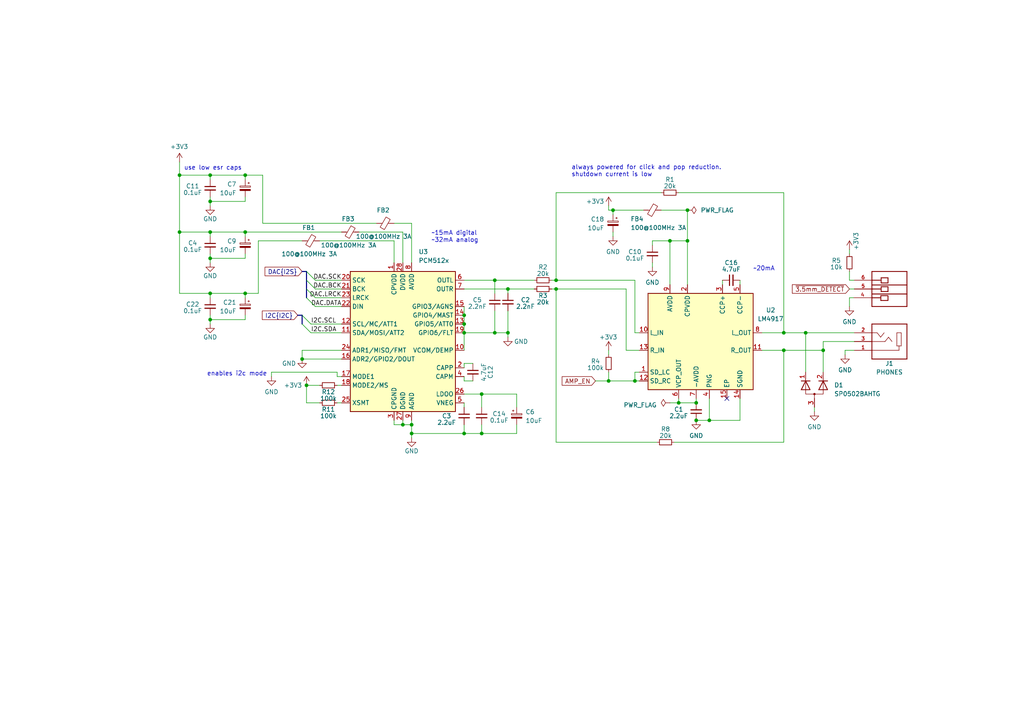
<source format=kicad_sch>
(kicad_sch (version 20230121) (generator eeschema)
  (paper "A4")
  (title_block (date "2022-09-04") (rev "1"))
  (lib_symbols
    (symbol "Audio:PCM5121PW"
      (property "Reference" "U" (at -13.97 21.59 0))
      (property "Value" "PCM5121PW" (at 10.16 21.59 0))
      (symbol "PCM5121PW_0_1"
        (rectangle (start -15.24 20.32) (end 15.24 -20.32) (stroke (width 0.254)) (fill (type background)))
      )
      (symbol "PCM5121PW_1_1"
        (pin power_in line (at -2.54 22.86 270) (length 2.54) (name "CPVDD") (number "1"))
        (pin bidirectional line (at 17.78 -2.54 180) (length 2.54) (name "VCOM/DEMP") (number "10"))
        (pin bidirectional line (at -17.78 2.54 0) (length 2.54) (name "SDA/MOSI/ATT2") (number "11"))
        (pin input line (at -17.78 5.08 0) (length 2.54) (name "SCL/MC/ATT1") (number "12"))
        (pin bidirectional line (at 17.78 5.08 180) (length 2.54) (name "GPIO5/ATT0") (number "13"))
        (pin bidirectional line (at 17.78 7.62 180) (length 2.54) (name "GPIO4/MAST") (number "14"))
        (pin bidirectional line (at 17.78 10.16 180) (length 2.54) (name "GPIO3/AGNS") (number "15"))
        (pin bidirectional line (at -17.78 -5.08 0) (length 2.54) (name "ADR2/GPIO2/DOUT") (number "16"))
        (pin input line (at -17.78 -10.16 0) (length 2.54) (name "MODE1") (number "17"))
        (pin input line (at -17.78 -12.7 0) (length 2.54) (name "MODE2/MS") (number "18"))
        (pin bidirectional line (at 17.78 2.54 180) (length 2.54) (name "GPIO6/FLT") (number "19"))
        (pin passive line (at 17.78 -7.62 180) (length 2.54) (name "CAPP") (number "2"))
        (pin input line (at -17.78 17.78 0) (length 2.54) (name "SCK") (number "20"))
        (pin bidirectional line (at -17.78 15.24 0) (length 2.54) (name "BCK") (number "21"))
        (pin input line (at -17.78 10.16 0) (length 2.54) (name "DIN") (number "22"))
        (pin bidirectional line (at -17.78 12.7 0) (length 2.54) (name "LRCK") (number "23"))
        (pin bidirectional line (at -17.78 -2.54 0) (length 2.54) (name "ADR1/MISO/FMT") (number "24"))
        (pin input line (at -17.78 -17.78 0) (length 2.54) (name "XSMT") (number "25"))
        (pin passive line (at 17.78 -15.24 180) (length 2.54) (name "LDOO") (number "26"))
        (pin power_in line (at 0 -22.86 90) (length 2.54) (name "DGND") (number "27"))
        (pin power_in line (at 0 22.86 270) (length 2.54) (name "DVDD") (number "28"))
        (pin power_in line (at -2.54 -22.86 90) (length 2.54) (name "CPGND") (number "3"))
        (pin passive line (at 17.78 -10.16 180) (length 2.54) (name "CAPM") (number "4"))
        (pin passive line (at 17.78 -17.78 180) (length 2.54) (name "VNEG") (number "5"))
        (pin output line (at 17.78 17.78 180) (length 2.54) (name "OUTL") (number "6"))
        (pin output line (at 17.78 15.24 180) (length 2.54) (name "OUTR") (number "7"))
        (pin power_in line (at 2.54 22.86 270) (length 2.54) (name "AVDD") (number "8"))
        (pin power_in line (at 2.54 -22.86 90) (length 2.54) (name "AGND") (number "9"))
      )
    )
    (symbol "Device:C_Polarized_Small" (pin_numbers hide) (pin_names (offset 0.254) hide)
      (property "Reference" "C" (at 0.254 1.778 0))
      (property "Value" "C_Polarized_Small" (at 0.254 -2.032 0))
      (symbol "C_Polarized_Small_0_1"
        (rectangle (start -1.524 -0.3048) (end 1.524 -0.6858) (fill (type outline)))
        (rectangle (start -1.524 0.6858) (end 1.524 0.3048))
        (polyline (pts (xy -1.27 1.524) (xy -0.762 1.524)))
        (polyline (pts (xy -1.016 1.27) (xy -1.016 1.778)))
      )
      (symbol "C_Polarized_Small_1_1"
        (pin passive line (at 0 2.54 270) (length 1.8542) (name "~") (number "1"))
        (pin passive line (at 0 -2.54 90) (length 1.8542) (name "~") (number "2"))
      )
    )
    (symbol "Device:C_Small" (pin_numbers hide) (pin_names (offset 0.254) hide)
      (property "Reference" "C" (at 0.254 1.778 0))
      (property "Value" "C_Small" (at 0.254 -2.032 0))
      (symbol "C_Small_0_1"
        (polyline (pts (xy -1.524 -0.508) (xy 1.524 -0.508)) (stroke (width 0.3302)))
        (polyline (pts (xy -1.524 0.508) (xy 1.524 0.508)) (stroke (width 0.3048)))
      )
      (symbol "C_Small_1_1"
        (pin passive line (at 0 2.54 270) (length 2.032) (name "~") (number "1"))
        (pin passive line (at 0 -2.54 90) (length 2.032) (name "~") (number "2"))
      )
    )
    (symbol "Device:D_Dual_CommonAnode_KKA_Parallel" (pin_names (offset 0.762) hide)
      (property "Reference" "D" (at 0 5.08 0))
      (property "Value" "D_Dual_CommonAnode_KKA_Parallel" (at 0 -5.08 0))
      (symbol "D_Dual_CommonAnode_KKA_Parallel_0_0"
        (polyline (pts (xy 2.54 -3.81) (xy 2.54 -1.27)) (stroke (width 0.254)))
        (polyline (pts (xy 2.54 1.27) (xy 2.54 3.81)) (stroke (width 0.254)))
      )
      (symbol "D_Dual_CommonAnode_KKA_Parallel_0_1"
        (circle (center -1.27 0) (radius 0.254) (fill (type outline)))
        (polyline (pts (xy -1.27 0) (xy -2.54 0)))
        (polyline (pts (xy 2.54 2.54) (xy -1.27 2.54) (xy -1.27 -2.54) (xy 2.54 -2.54)))
        (polyline (pts (xy 0 -1.27) (xy 2.54 -2.54) (xy 0 -3.81) (xy 0 -1.27) (xy 0 -1.27) (xy 0 -1.27)) (stroke (width 0.254)))
        (polyline (pts (xy 0 3.81) (xy 2.54 2.54) (xy 0 1.27) (xy 0 3.81) (xy 0 3.81) (xy 0 3.81)) (stroke (width 0.254)))
        (pin passive line (at 5.08 2.54 180) (length 2.54) (name "K") (number "1"))
        (pin passive line (at 5.08 -2.54 180) (length 2.54) (name "K") (number "2"))
        (pin passive line (at -5.08 0 0) (length 2.54) (name "A") (number "3"))
      )
    )
    (symbol "Device:FerriteBead_Small" (pin_numbers hide) (pin_names (offset 0))
      (property "Reference" "FB" (at 1.905 1.27 0))
      (property "Value" "FerriteBead_Small" (at 1.905 -1.27 0))
      (symbol "FerriteBead_Small_0_1"
        (polyline (pts (xy 0 -1.27) (xy 0 -0.7874)))
        (polyline (pts (xy 0 0.889) (xy 0 1.2954)))
        (polyline (pts (xy -1.8288 0.2794) (xy -1.1176 1.4986) (xy 1.8288 -0.2032) (xy 1.1176 -1.4224) (xy -1.8288 0.2794)))
      )
      (symbol "FerriteBead_Small_1_1"
        (pin passive line (at 0 2.54 270) (length 1.27) (name "~") (number "1"))
        (pin passive line (at 0 -2.54 90) (length 1.27) (name "~") (number "2"))
      )
    )
    (symbol "Device:R_Small" (pin_numbers hide) (pin_names (offset 0.254) hide)
      (property "Reference" "R" (at 0.762 0.508 0))
      (property "Value" "R_Small" (at 0.762 -1.016 0))
      (symbol "R_Small_0_1"
        (rectangle (start -0.762 1.778) (end 0.762 -1.778) (stroke (width 0.2032)))
      )
      (symbol "R_Small_1_1"
        (pin passive line (at 0 2.54 270) (length 0.762) (name "~") (number "1"))
        (pin passive line (at 0 -2.54 90) (length 0.762) (name "~") (number "2"))
      )
    )
    (symbol "power:+3V3" (power) (pin_names (offset 0))
      (property "Value" "+3V3" (at 0 3.556 0))
      (symbol "+3V3_0_1"
        (polyline (pts (xy -0.762 1.27) (xy 0 2.54)))
        (polyline (pts (xy 0 0) (xy 0 2.54)))
        (polyline (pts (xy 0 2.54) (xy 0.762 1.27)))
      )
      (symbol "+3V3_1_1"
        (pin power_in line (at 0 0 90) (length 0) hide (name "+3V3") (number "1"))
      )
    )
    (symbol "power:GND" (power) (pin_names (offset 0))
      (property "Value" "GND" (at 0 -3.81 0))
      (symbol "GND_0_1"
        (polyline (pts (xy 0 0) (xy 0 -1.27) (xy 1.27 -1.27) (xy 0 -2.54) (xy -1.27 -1.27) (xy 0 -1.27)))
      )
      (symbol "GND_1_1"
        (pin power_in line (at 0 0 270) (length 0) hide (name "GND") (number "1"))
      )
    )
    (symbol "power:PWR_FLAG" (power) (pin_numbers hide) (pin_names (offset 0) hide)
      (property "Value" "PWR_FLAG" (at 0 3.81 0))
      (symbol "PWR_FLAG_0_0"
        (pin power_out line (at 0 0 90) (length 0) (name "pwr") (number "1"))
      )
      (symbol "PWR_FLAG_0_1"
        (polyline (pts (xy 0 0) (xy 0 1.27) (xy -1.016 1.905) (xy 0 2.54) (xy 1.016 1.905) (xy 0 1.27)))
      )
    )
    (symbol "symbols:LM4917"
      (property "Reference" "U" (at 0 0 0))
      (property "Value" "LM4917" (at 0 0 0))
      (symbol "LM4917_0_0"
        (pin input line (at -17.78 -2.54 0) (length 2.54) (name "R_IN") (number "13"))
        (pin power_in line (at 11.43 -16.51 90) (length 2.54) (name "SGND") (number "14"))
        (pin power_in line (at 7.62 -16.51 90) (length 2.54) (name "EP") (number "15"))
        (pin passive line (at 6.35 16.51 270) (length 2.54) (name "CCP+") (number "3"))
      )
      (symbol "LM4917_0_1"
        (rectangle (start -15.24 13.97) (end 15.24 -13.97) (stroke (width 0.254)) (fill (type background)))
      )
      (symbol "LM4917_1_1"
        (pin input line (at -17.78 -8.89 0) (length 2.54) (name "SD_LC") (number "1"))
        (pin input line (at -17.78 2.54 0) (length 2.54) (name "L_IN") (number "10"))
        (pin output line (at 17.78 -2.54 180) (length 2.54) (name "R_OUT") (number "11"))
        (pin input line (at -17.78 -11.43 0) (length 2.54) (name "SD_RC") (number "12"))
        (pin power_in line (at -3.81 16.51 270) (length 2.54) (name "CPVDD") (number "2"))
        (pin power_in line (at 2.54 -16.51 90) (length 2.54) (name "PNG") (number "4"))
        (pin passive line (at 11.43 16.51 270) (length 2.54) (name "CCP-") (number "5"))
        (pin power_in line (at -6.35 -16.51 90) (length 2.54) (name "VCP_OUT") (number "6"))
        (pin power_in line (at -1.27 -16.51 90) (length 2.54) (name "-AVDD") (number "7"))
        (pin output line (at 17.78 2.54 180) (length 2.54) (name "L_OUT") (number "8"))
        (pin power_in line (at -8.89 16.51 270) (length 2.54) (name "AVDD") (number "9"))
      )
    )
    (symbol "symbols:SJ-3566AN" (pin_names (offset 1.016) hide)
      (property "Reference" "J" (at -5.1054 5.7404 0))
      (property "Value" "SJ-3566AN" (at -5.1054 -22.9362 0))
      (symbol "SJ-3566AN_0_0"
        (polyline (pts (xy -5.1054 -13.7922) (xy 5.0038 -13.7922)) (stroke (width 0.254)))
        (polyline (pts (xy -5.08 -20.32) (xy 5.08 -20.32)) (stroke (width 0.254)))
        (polyline (pts (xy -5.08 -10.16) (xy -5.08 -20.32)) (stroke (width 0.254)))
        (polyline (pts (xy -5.08 -5.08) (xy 5.08 -5.08)) (stroke (width 0.254)))
        (polyline (pts (xy -5.08 5.08) (xy -5.08 -5.08)) (stroke (width 0.254)))
        (polyline (pts (xy -3.429 -2.54) (xy -2.159 -2.54)) (stroke (width 0.1524)))
        (polyline (pts (xy -3.429 1.27) (xy -3.429 -2.54)) (stroke (width 0.1524)))
        (polyline (pts (xy -2.794 1.27) (xy -3.429 1.27)) (stroke (width 0.1524)))
        (polyline (pts (xy -2.794 1.27) (xy -2.794 2.54)) (stroke (width 0.1524)))
        (polyline (pts (xy -2.794 2.54) (xy 5.08 2.54)) (stroke (width 0.1524)))
        (polyline (pts (xy -2.159 -2.54) (xy -2.159 1.27)) (stroke (width 0.1524)))
        (polyline (pts (xy -2.159 1.27) (xy -2.794 1.27)) (stroke (width 0.1524)))
        (polyline (pts (xy 0.254 -1.27) (xy -0.762 0)) (stroke (width 0.1524)))
        (polyline (pts (xy 0.4064 -18.4912) (xy 0.4064 -16.9926)) (stroke (width 0.254)))
        (polyline (pts (xy 0.4064 -16.9926) (xy 2.3876 -16.9926)) (stroke (width 0.254)))
        (polyline (pts (xy 0.4064 -15.9004) (xy 0.4064 -14.5034)) (stroke (width 0.254)))
        (polyline (pts (xy 0.4064 -14.5034) (xy 2.3876 -14.5034)) (stroke (width 0.254)))
        (polyline (pts (xy 0.4064 -11.9126) (xy 0.4064 -13.3096)) (stroke (width 0.254)))
        (polyline (pts (xy 0.508 -13.3096) (xy 2.4892 -13.3096)) (stroke (width 0.254)))
        (polyline (pts (xy 1.27 0) (xy 0.254 -1.27)) (stroke (width 0.1524)))
        (polyline (pts (xy 1.524 -2.54) (xy 2.54 -1.27)) (stroke (width 0.1524)))
        (polyline (pts (xy 2.3876 -18.4912) (xy 0.4064 -18.4912)) (stroke (width 0.254)))
        (polyline (pts (xy 2.3876 -16.9926) (xy 2.3876 -18.4912)) (stroke (width 0.254)))
        (polyline (pts (xy 2.3876 -15.9004) (xy 0.4064 -15.9004)) (stroke (width 0.254)))
        (polyline (pts (xy 2.3876 -14.5034) (xy 2.3876 -15.9004)) (stroke (width 0.254)))
        (polyline (pts (xy 2.4892 -13.3096) (xy 2.4892 -11.9126)) (stroke (width 0.254)))
        (polyline (pts (xy 2.4892 -11.9126) (xy 0.508 -11.9126)) (stroke (width 0.254)))
        (polyline (pts (xy 2.54 -1.27) (xy 3.556 -2.54)) (stroke (width 0.1524)))
        (polyline (pts (xy 5.08 -20.32) (xy 5.08 -17.78)) (stroke (width 0.254)))
        (polyline (pts (xy 5.08 -17.78) (xy 2.54 -17.78)) (stroke (width 0.254)))
        (polyline (pts (xy 5.08 -17.78) (xy 5.08 -15.24)) (stroke (width 0.254)))
        (polyline (pts (xy 5.08 -15.24) (xy 2.54 -15.24)) (stroke (width 0.254)))
        (polyline (pts (xy 5.08 -15.24) (xy 5.08 -12.7)) (stroke (width 0.254)))
        (polyline (pts (xy 5.08 -12.7) (xy 2.54 -12.7)) (stroke (width 0.254)))
        (polyline (pts (xy 5.08 -12.7) (xy 5.08 -10.16)) (stroke (width 0.254)))
        (polyline (pts (xy 5.08 -10.16) (xy -5.08 -10.16)) (stroke (width 0.254)))
        (polyline (pts (xy 5.08 -5.08) (xy 5.08 -2.54)) (stroke (width 0.254)))
        (polyline (pts (xy 5.08 -2.54) (xy 3.556 -2.54)) (stroke (width 0.1524)))
        (polyline (pts (xy 5.08 -2.54) (xy 5.08 0)) (stroke (width 0.254)))
        (polyline (pts (xy 5.08 0) (xy 1.27 0)) (stroke (width 0.1524)))
        (polyline (pts (xy 5.08 0) (xy 5.08 2.54)) (stroke (width 0.254)))
        (polyline (pts (xy 5.08 2.54) (xy 5.08 5.08)) (stroke (width 0.254)))
        (polyline (pts (xy 5.08 5.08) (xy -5.08 5.08)) (stroke (width 0.254)))
        (polyline (pts (xy 5.1054 -16.4084) (xy -5.1054 -16.4084)) (stroke (width 0.254)))
        (pin passive line (at 10.16 2.54 180) (length 5.08) (name "~") (number "1"))
        (pin passive line (at 10.16 -2.54 180) (length 5.08) (name "~") (number "2"))
        (pin passive line (at 10.16 0 180) (length 5.08) (name "~") (number "3"))
        (pin passive line (at 10.3124 -12.7 180) (length 5.08) (name "~") (number "4"))
        (pin passive line (at 10.16 -15.24 180) (length 5.08) (name "~") (number "5"))
        (pin passive line (at 10.16 -17.78 180) (length 5.08) (name "~") (number "6"))
      )
    )
  )
  (junction (at 71.12 85.09))
  (junction (at 199.39 69.85))
  (junction (at 147.32 83.82))
  (junction (at 134.62 93.98))
  (junction (at 134.62 91.44))
  (junction (at 139.7 125.73))
  (junction (at 201.93 121.92))
  (junction (at 52.07 50.8))
  (junction (at 176.53 110.49))
  (junction (at 119.38 125.73))
  (junction (at 184.15 110.49))
  (junction (at 60.96 58.42))
  (junction (at 52.07 67.31))
  (junction (at 71.12 50.8))
  (junction (at 116.84 123.19))
  (junction (at 238.76 101.6))
  (junction (at 227.33 101.6))
  (junction (at 139.7 114.3))
  (junction (at 147.32 96.52))
  (junction (at 194.31 69.85))
  (junction (at 60.96 67.31))
  (junction (at 87.63 104.14))
  (junction (at 143.51 96.52))
  (junction (at 205.74 121.92))
  (junction (at 119.38 123.19))
  (junction (at 201.93 116.84))
  (junction (at 60.96 92.71))
  (junction (at 134.62 96.52))
  (junction (at 134.62 125.73))
  (junction (at 161.29 83.82))
  (junction (at 60.96 50.8))
  (junction (at 177.8 60.96))
  (junction (at 199.39 60.96))
  (junction (at 233.68 96.52))
  (junction (at 88.9 111.76))
  (junction (at 143.51 81.28))
  (junction (at 71.12 67.31))
  (junction (at 196.85 116.84))
  (junction (at 161.29 81.28))
  (junction (at 60.96 85.09))
  (junction (at 60.96 74.93))
  (junction (at 227.33 96.52))
  (no_connect (at 210.82 115.57))
  (bus_entry (at 87.63 93.98) (size 2.54 2.54))
  (bus_entry (at 87.63 91.44) (size 2.54 2.54))
  (bus_entry (at 88.9 78.74) (size 2.54 2.54))
  (bus_entry (at 88.9 81.28) (size 2.54 2.54))
  (bus_entry (at 88.9 86.36) (size 2.54 2.54))
  (bus_entry (at 88.9 83.82) (size 2.54 2.54))
  (wire (pts (xy 176.53 102.87) (xy 176.53 101.6)))
  (wire (pts (xy 60.96 92.71) (xy 60.96 93.98)))
  (wire (pts (xy 184.15 81.28) (xy 184.15 96.52)))
  (wire (pts (xy 134.62 105.41) (xy 134.62 106.68)))
  (wire (pts (xy 71.12 57.15) (xy 71.12 58.42)))
  (wire (pts (xy 116.84 123.19) (xy 119.38 123.19)))
  (wire (pts (xy 227.33 101.6) (xy 227.33 128.27)))
  (wire (pts (xy 172.72 110.49) (xy 176.53 110.49)))
  (wire (pts (xy 227.33 128.27) (xy 195.58 128.27)))
  (wire (pts (xy 209.55 81.28) (xy 209.55 82.55)))
  (wire (pts (xy 220.98 101.6) (xy 227.33 101.6)))
  (wire (pts (xy 60.96 74.93) (xy 71.12 74.93)))
  (wire (pts (xy 60.96 68.58) (xy 60.96 67.31)))
  (wire (pts (xy 176.53 60.96) (xy 177.8 60.96)))
  (wire (pts (xy 87.63 101.6) (xy 99.06 101.6)))
  (wire (pts (xy 247.8024 101.6) (xy 245.11 101.6)))
  (wire (pts (xy 177.8 67.31) (xy 177.8 68.58)))
  (wire (pts (xy 76.2 50.8) (xy 76.2 64.77)))
  (wire (pts (xy 87.63 101.6) (xy 87.63 104.14)))
  (bus (pts (xy 88.9 78.74) (xy 88.9 81.28)))
  (wire (pts (xy 139.7 125.73) (xy 134.62 125.73)))
  (wire (pts (xy 134.62 114.3) (xy 139.7 114.3)))
  (wire (pts (xy 161.29 55.88) (xy 191.77 55.88)))
  (wire (pts (xy 143.51 96.52) (xy 147.32 96.52)))
  (wire (pts (xy 149.86 114.3) (xy 139.7 114.3)))
  (wire (pts (xy 52.07 50.8) (xy 60.96 50.8)))
  (wire (pts (xy 119.38 76.2) (xy 119.38 64.77)))
  (wire (pts (xy 134.62 81.28) (xy 143.51 81.28)))
  (wire (pts (xy 97.79 111.76) (xy 99.06 111.76)))
  (wire (pts (xy 233.68 96.52) (xy 233.68 107.95)))
  (wire (pts (xy 60.96 58.42) (xy 71.12 58.42)))
  (wire (pts (xy 214.63 115.57) (xy 214.63 121.92)))
  (bus (pts (xy 87.63 78.74) (xy 88.9 78.74)))
  (wire (pts (xy 181.61 83.82) (xy 161.29 83.82)))
  (wire (pts (xy 97.79 107.95) (xy 97.79 109.22)))
  (wire (pts (xy 147.32 90.17) (xy 147.32 96.52)))
  (wire (pts (xy 97.79 109.22) (xy 99.06 109.22)))
  (wire (pts (xy 227.33 55.88) (xy 227.33 96.52)))
  (wire (pts (xy 114.3 123.19) (xy 116.84 123.19)))
  (wire (pts (xy 60.96 67.31) (xy 71.12 67.31)))
  (wire (pts (xy 134.62 88.9) (xy 134.62 91.44)))
  (wire (pts (xy 238.76 101.6) (xy 238.76 99.06)))
  (wire (pts (xy 99.06 67.31) (xy 71.12 67.31)))
  (wire (pts (xy 184.15 107.95) (xy 184.15 110.49)))
  (wire (pts (xy 199.39 60.96) (xy 199.39 69.85)))
  (wire (pts (xy 71.12 73.66) (xy 71.12 74.93)))
  (wire (pts (xy 143.51 90.17) (xy 143.51 96.52)))
  (wire (pts (xy 189.23 69.85) (xy 194.31 69.85)))
  (wire (pts (xy 137.16 110.49) (xy 134.62 110.49)))
  (wire (pts (xy 60.96 85.09) (xy 71.12 85.09)))
  (wire (pts (xy 161.29 81.28) (xy 160.02 81.28)))
  (wire (pts (xy 143.51 81.28) (xy 143.51 85.09)))
  (wire (pts (xy 60.96 50.8) (xy 71.12 50.8)))
  (wire (pts (xy 134.62 83.82) (xy 147.32 83.82)))
  (wire (pts (xy 181.61 83.82) (xy 181.61 101.6)))
  (wire (pts (xy 139.7 123.19) (xy 139.7 125.73)))
  (wire (pts (xy 88.9 116.84) (xy 92.71 116.84)))
  (bus (pts (xy 87.63 91.44) (xy 87.63 93.98)))
  (wire (pts (xy 71.12 92.71) (xy 71.12 91.44)))
  (wire (pts (xy 60.96 91.44) (xy 60.96 92.71)))
  (wire (pts (xy 149.86 123.19) (xy 149.86 125.73)))
  (wire (pts (xy 90.17 96.52) (xy 99.06 96.52)))
  (wire (pts (xy 52.07 67.31) (xy 52.07 85.09)))
  (wire (pts (xy 71.12 86.36) (xy 71.12 85.09)))
  (wire (pts (xy 52.07 50.8) (xy 52.07 67.31)))
  (wire (pts (xy 246.38 72.39) (xy 246.38 73.66)))
  (wire (pts (xy 134.62 123.19) (xy 134.62 125.73)))
  (wire (pts (xy 143.51 81.28) (xy 154.94 81.28)))
  (wire (pts (xy 161.29 55.88) (xy 161.29 81.28)))
  (wire (pts (xy 88.9 111.76) (xy 92.71 111.76)))
  (wire (pts (xy 60.96 52.07) (xy 60.96 50.8)))
  (wire (pts (xy 161.29 128.27) (xy 161.29 83.82)))
  (wire (pts (xy 227.33 101.6) (xy 238.76 101.6)))
  (wire (pts (xy 177.8 60.96) (xy 186.69 60.96)))
  (wire (pts (xy 88.9 111.76) (xy 88.9 116.84)))
  (wire (pts (xy 233.68 96.52) (xy 247.8024 96.52)))
  (wire (pts (xy 149.86 118.11) (xy 149.86 114.3)))
  (wire (pts (xy 71.12 68.58) (xy 71.12 67.31)))
  (wire (pts (xy 205.74 121.92) (xy 201.93 121.92)))
  (bus (pts (xy 88.9 83.82) (xy 88.9 86.36)))
  (wire (pts (xy 220.98 96.52) (xy 227.33 96.52)))
  (wire (pts (xy 236.22 119.38) (xy 236.22 118.11)))
  (wire (pts (xy 189.23 76.2) (xy 189.23 77.47)))
  (wire (pts (xy 60.96 73.66) (xy 60.96 74.93)))
  (wire (pts (xy 78.74 107.95) (xy 78.74 109.22)))
  (wire (pts (xy 161.29 83.82) (xy 160.02 83.82)))
  (wire (pts (xy 189.23 69.85) (xy 189.23 71.12)))
  (wire (pts (xy 147.32 97.79) (xy 147.32 96.52)))
  (wire (pts (xy 91.44 86.36) (xy 99.06 86.36)))
  (wire (pts (xy 74.93 85.09) (xy 74.93 69.85)))
  (wire (pts (xy 246.38 86.36) (xy 247.65 86.36)))
  (wire (pts (xy 238.76 101.6) (xy 238.76 107.95)))
  (wire (pts (xy 134.62 125.73) (xy 119.38 125.73)))
  (wire (pts (xy 184.15 110.49) (xy 185.42 110.49)))
  (wire (pts (xy 245.11 101.6) (xy 245.11 102.87)))
  (wire (pts (xy 134.62 110.49) (xy 134.62 109.22)))
  (wire (pts (xy 196.85 115.57) (xy 196.85 116.84)))
  (wire (pts (xy 60.96 74.93) (xy 60.96 76.2)))
  (wire (pts (xy 246.38 81.28) (xy 247.8024 81.28)))
  (wire (pts (xy 97.79 116.84) (xy 99.06 116.84)))
  (wire (pts (xy 246.38 88.9) (xy 246.38 86.36)))
  (wire (pts (xy 214.63 81.28) (xy 214.63 82.55)))
  (bus (pts (xy 88.9 81.28) (xy 88.9 83.82)))
  (wire (pts (xy 91.44 83.82) (xy 99.06 83.82)))
  (wire (pts (xy 134.62 93.98) (xy 134.62 96.52)))
  (wire (pts (xy 227.33 96.52) (xy 233.68 96.52)))
  (wire (pts (xy 116.84 76.2) (xy 116.84 67.31)))
  (wire (pts (xy 114.3 69.85) (xy 114.3 76.2)))
  (wire (pts (xy 78.74 107.95) (xy 97.79 107.95)))
  (wire (pts (xy 205.74 115.57) (xy 205.74 121.92)))
  (wire (pts (xy 74.93 69.85) (xy 87.63 69.85)))
  (wire (pts (xy 60.96 86.36) (xy 60.96 85.09)))
  (wire (pts (xy 52.07 46.99) (xy 52.07 50.8)))
  (wire (pts (xy 176.53 110.49) (xy 184.15 110.49)))
  (wire (pts (xy 71.12 85.09) (xy 74.93 85.09)))
  (wire (pts (xy 205.74 121.92) (xy 214.63 121.92)))
  (wire (pts (xy 194.31 69.85) (xy 199.39 69.85)))
  (wire (pts (xy 184.15 107.95) (xy 185.42 107.95)))
  (bus (pts (xy 86.36 91.44) (xy 87.63 91.44)))
  (wire (pts (xy 92.71 69.85) (xy 114.3 69.85)))
  (wire (pts (xy 196.85 55.88) (xy 227.33 55.88)))
  (wire (pts (xy 246.38 83.82) (xy 247.8024 83.82)))
  (wire (pts (xy 194.31 116.84) (xy 196.85 116.84)))
  (wire (pts (xy 201.93 116.84) (xy 201.93 115.57)))
  (wire (pts (xy 119.38 123.19) (xy 119.38 125.73)))
  (wire (pts (xy 134.62 96.52) (xy 143.51 96.52)))
  (wire (pts (xy 176.53 107.95) (xy 176.53 110.49)))
  (wire (pts (xy 134.62 116.84) (xy 134.62 118.11)))
  (wire (pts (xy 114.3 64.77) (xy 119.38 64.77)))
  (wire (pts (xy 149.86 125.73) (xy 139.7 125.73)))
  (wire (pts (xy 147.32 83.82) (xy 154.94 83.82)))
  (wire (pts (xy 134.62 96.52) (xy 134.62 101.6)))
  (wire (pts (xy 147.32 83.82) (xy 147.32 85.09)))
  (wire (pts (xy 134.62 91.44) (xy 134.62 93.98)))
  (wire (pts (xy 90.17 93.98) (xy 99.06 93.98)))
  (wire (pts (xy 52.07 85.09) (xy 60.96 85.09)))
  (wire (pts (xy 116.84 121.92) (xy 116.84 123.19)))
  (wire (pts (xy 185.42 101.6) (xy 181.61 101.6)))
  (wire (pts (xy 184.15 96.52) (xy 185.42 96.52)))
  (wire (pts (xy 177.8 60.96) (xy 177.8 62.23)))
  (wire (pts (xy 71.12 50.8) (xy 76.2 50.8)))
  (wire (pts (xy 139.7 118.11) (xy 139.7 114.3)))
  (wire (pts (xy 199.39 69.85) (xy 199.39 82.55)))
  (wire (pts (xy 60.96 58.42) (xy 60.96 59.69)))
  (wire (pts (xy 52.07 67.31) (xy 60.96 67.31)))
  (wire (pts (xy 87.63 104.14) (xy 99.06 104.14)))
  (wire (pts (xy 184.15 81.28) (xy 161.29 81.28)))
  (wire (pts (xy 76.2 64.77) (xy 109.22 64.77)))
  (wire (pts (xy 91.44 81.28) (xy 99.06 81.28)))
  (wire (pts (xy 119.38 121.92) (xy 119.38 123.19)))
  (wire (pts (xy 114.3 121.92) (xy 114.3 123.19)))
  (wire (pts (xy 116.84 67.31) (xy 104.14 67.31)))
  (wire (pts (xy 196.85 116.84) (xy 201.93 116.84)))
  (wire (pts (xy 238.76 99.06) (xy 247.8024 99.06)))
  (wire (pts (xy 194.31 69.85) (xy 194.31 82.55)))
  (wire (pts (xy 176.53 60.96) (xy 176.53 59.69)))
  (wire (pts (xy 199.39 60.96) (xy 191.77 60.96)))
  (wire (pts (xy 137.16 105.41) (xy 134.62 105.41)))
  (wire (pts (xy 71.12 52.07) (xy 71.12 50.8)))
  (wire (pts (xy 119.38 125.73) (xy 119.38 127)))
  (wire (pts (xy 246.38 81.28) (xy 246.38 78.74)))
  (wire (pts (xy 60.96 57.15) (xy 60.96 58.42)))
  (wire (pts (xy 190.5 128.27) (xy 161.29 128.27)))
  (wire (pts (xy 91.44 88.9) (xy 99.06 88.9)))
  (wire (pts (xy 60.96 92.71) (xy 71.12 92.71)))
  (text "~20mA" (at 218.44 78.74 0) (effects (font (size 1.27 1.27)) (justify left bottom)))
  (text "always powered for click and pop reduction.\nshutdown current is low" (at 165.735 51.435 0) (effects (font (size 1.27 1.27)) (justify left bottom)))
  (text "~15mA digital\n~32mA analog" (at 125.095 70.485 0) (effects (font (size 1.27 1.27)) (justify left bottom)))
  (text "use low esr caps" (at 53.34 49.53 0) (effects (font (size 1.27 1.27)) (justify left bottom)))
  (text "enables i2c mode" (at 77.47 109.22 0) (effects (font (size 1.27 1.27)) (justify right bottom)))
  (label "DAC.BCK" (at 99.06 83.82 180))
  (label "DAC.LRCK" (at 99.06 86.36 180))
  (label "DAC.DATA" (at 99.06 88.9 180))
  (label "I2C.SCL" (at 90.17 93.98 0))
  (label "I2C.SDA" (at 90.17 96.52 0))
  (label "DAC.SCK" (at 99.06 81.28 180))
  (global_label "AMP_EN" (shape input) (at 172.72 110.49 180) (property "Intersheetrefs" "${INTERSHEET_REFS}" (effects hide)))
  (global_label "I2C{I2C}" (shape input) (at 86.36 91.44 180) (property "Intersheetrefs" "${INTERSHEET_REFS}" (effects hide)))
  (global_label "DAC{I2S}" (shape input) (at 87.63 78.74 180) (property "Intersheetrefs" "${INTERSHEET_REFS}" (effects hide)))
  (global_label "~{3.5mm_DETECT}" (shape input) (at 246.38 83.82 180) (property "Intersheetrefs" "${INTERSHEET_REFS}" (effects hide)))
  (symbol (lib_id "power:GND") (at 119.38 127 0) (unit 1)
    (property "Reference" "#PWR0308" (effects hide))
    (property "Value" "GND" (at 119.38 130.81 0))
  )
  (symbol (lib_id "power:GND") (at 87.63 104.14 0) (unit 1)
    (property "Reference" "#PWR0307" (effects hide))
    (property "Value" "GND" (at 83.82 105.41 0))
  )
  (symbol (lib_id "Device:C_Small") (at 139.7 120.65 0) (unit 1)
    (property "Reference" "C14" (at 144.78 120.015 0))
    (property "Value" "0.1uF" (at 144.78 121.92 0))
    (property "Footprint" "Capacitor_SMD:C_0603_1608Metric" (effects hide))
    (property "MPN" "EMK107BJ104KAHT" (effects hide))
  )
  (symbol (lib_id "Device:FerriteBead_Small") (at 189.23 60.96 270) (unit 1)
    (property "Reference" "FB4" (at 182.88 63.5 90) (effects (justify left)))
    (property "Value" "100@100MHz 3A" (at 182.88 66.04 90) (effects (justify left)))
    (property "Footprint" "Inductor_SMD:L_0603_1608Metric" (effects hide))
    (property "MPN" "BLM18KG101TN1D" (effects hide))
  )
  (symbol (lib_id "Device:R_Small") (at 193.04 128.27 90) (unit 1)
    (property "Reference" "R8" (at 193.04 124.46 90))
    (property "Value" "20k" (at 193.04 126.365 90))
    (property "Footprint" "Resistor_SMD:R_0603_1608Metric" (effects hide))
    (property "MPN" "AC0603FR-0720KL" (effects hide))
  )
  (symbol (lib_id "Device:R_Small") (at 95.25 111.76 90) (unit 1)
    (property "Reference" "R12" (at 95.25 113.665 90))
    (property "Value" "100k" (at 95.25 115.57 90))
    (property "Footprint" "Resistor_SMD:R_0603_1608Metric" (effects hide))
    (property "MPN" "RC0603JR-10100KL" (effects hide))
  )
  (symbol (lib_id "Device:R_Small") (at 157.48 81.28 90) (unit 1)
    (property "Reference" "R2" (at 157.48 77.47 90))
    (property "Value" "20k" (at 157.48 79.375 90))
    (property "Footprint" "Resistor_SMD:R_0603_1608Metric" (effects hide))
    (property "MPN" "AC0603FR-0720KL" (effects hide))
  )
  (symbol (lib_id "power:GND") (at 60.96 93.98 0) (unit 1)
    (property "Reference" "#PWR0303" (effects hide))
    (property "Value" "GND" (at 60.96 97.79 0))
  )
  (symbol (lib_id "Device:FerriteBead_Small") (at 90.17 69.85 90) (unit 1)
    (property "Reference" "FB1" (at 91.44 66.04 90) (effects (justify left)))
    (property "Value" "100@100MHz 3A" (at 97.79 73.66 90) (effects (justify left)))
    (property "Footprint" "Inductor_SMD:L_0603_1608Metric" (effects hide))
    (property "MPN" "BLM18KG101TN1D" (effects hide))
  )
  (symbol (lib_id "Device:C_Small") (at 134.62 120.65 0) (unit 1)
    (property "Reference" "C3" (at 129.54 120.65 0))
    (property "Value" "2.2uF" (at 129.54 122.555 0))
    (property "Footprint" "Capacitor_SMD:C_0603_1608Metric" (effects hide))
    (property "MPN" "EMK107ABJ225KA8T" (effects hide))
  )
  (symbol (lib_id "Device:C_Polarized_Small") (at 149.86 120.65 0) (unit 1)
    (property "Reference" "C6" (at 152.4 119.4689 0) (effects (justify left)))
    (property "Value" "10uF" (at 152.4 122.0089 0) (effects (justify left)))
    (property "Footprint" "Capacitor_Tantalum_SMD:CP_EIA-3216-18_Kemet-A" (effects hide))
    (property "MPN" "TCJA106M020R0150 " (effects hide))
  )
  (symbol (lib_id "power:GND") (at 78.74 109.22 0) (unit 1)
    (property "Reference" "#PWR0305" (effects hide))
    (property "Value" "GND" (at 78.74 113.665 0))
  )
  (symbol (lib_id "Device:C_Polarized_Small") (at 177.8 64.77 0) (mirror y) (unit 1)
    (property "Reference" "C18" (at 175.26 63.5889 0) (effects (justify left)))
    (property "Value" "10uF" (at 175.26 66.1289 0) (effects (justify left)))
    (property "Footprint" "Capacitor_Tantalum_SMD:CP_EIA-3216-18_Kemet-A" (effects hide))
    (property "MPN" "TCJA106M020R0150 " (effects hide))
  )
  (symbol (lib_id "power:GND") (at 147.32 97.79 0) (unit 1)
    (property "Reference" "#PWR0309" (effects hide))
    (property "Value" "GND" (at 151.13 99.06 0))
  )
  (symbol (lib_id "power:GND") (at 245.11 102.87 0) (unit 1)
    (property "Reference" "#PWR0315" (effects hide))
    (property "Value" "GND" (at 245.11 107.315 0))
  )
  (symbol (lib_id "power:+3V3") (at 176.53 59.69 0) (unit 1)
    (property "Reference" "#PWR0310" (effects hide))
    (property "Value" "+3V3" (at 175.26 58.42 0) (effects (justify right)))
  )
  (symbol (lib_id "power:GND") (at 60.96 59.69 0) (unit 1)
    (property "Reference" "#PWR0304" (effects hide))
    (property "Value" "GND" (at 60.96 63.5 0))
  )
  (symbol (lib_id "power:GND") (at 236.22 119.38 0) (unit 1)
    (property "Reference" "#PWR0314" (effects hide))
    (property "Value" "GND" (at 236.22 123.825 0))
  )
  (symbol (lib_id "Device:C_Small") (at 189.23 73.66 0) (unit 1)
    (property "Reference" "C10" (at 184.15 73.025 0))
    (property "Value" "0.1uF" (at 184.15 74.93 0))
    (property "Footprint" "Capacitor_SMD:C_0603_1608Metric" (effects hide))
    (property "MPN" "EMK107BJ104KAHT" (effects hide))
  )
  (symbol (lib_id "Device:C_Small") (at 212.09 81.28 90) (unit 1)
    (property "Reference" "C16" (at 212.09 76.2 90))
    (property "Value" "4.7uF" (at 212.09 78.105 90))
    (property "Footprint" "Capacitor_SMD:C_0603_1608Metric" (effects hide))
    (property "MPN" "GRM188R61E475KE11D" (effects hide))
  )
  (symbol (lib_id "power:+3V3") (at 246.38 72.39 0) (unit 1)
    (property "Reference" "#PWR0316" (effects hide))
    (property "Value" "+3V3" (at 248.285 67.31 90) (effects (justify right)))
  )
  (symbol (lib_id "Device:R_Small") (at 176.53 105.41 180) (unit 1)
    (property "Reference" "R4" (at 172.72 104.775 0))
    (property "Value" "100k" (at 172.72 106.68 0))
    (property "Footprint" "Resistor_SMD:R_0603_1608Metric" (effects hide))
    (property "MPN" "RC0603JR-10100KL" (effects hide))
  )
  (symbol (lib_id "power:+3V3") (at 176.53 101.6 0) (unit 1)
    (property "Reference" "#PWR0311" (effects hide))
    (property "Value" "+3V3" (at 179.07 97.79 0) (effects (justify right)))
  )
  (symbol (lib_id "power:GND") (at 246.38 88.9 0) (unit 1)
    (property "Reference" "#PWR0317" (effects hide))
    (property "Value" "GND" (at 246.38 93.345 0))
  )
  (symbol (lib_id "power:GND") (at 201.93 121.92 0) (unit 1)
    (property "Reference" "#PWR0313" (effects hide))
    (property "Value" "GND" (at 201.93 126.365 0))
  )
  (symbol (lib_id "Device:R_Small") (at 246.38 76.2 180) (unit 1)
    (property "Reference" "R5" (at 242.57 75.565 0))
    (property "Value" "10k" (at 242.57 77.47 0))
    (property "Footprint" "Resistor_SMD:R_0603_1608Metric" (effects hide))
    (property "MPN" "AC0603JR-0710KL" (effects hide))
  )
  (symbol (lib_id "symbols:SJ-3566AN") (at 257.9624 99.06 180) (unit 1)
    (property "Reference" "J1" (at 257.9624 105.41 0))
    (property "Value" "PHONES" (at 257.9624 107.95 0))
    (property "Footprint" "footprints:CUI_SJ-3566AN" (effects hide))
    (property "MPN" "SJ-3566AN" (effects hide))
    (property "STANDARD" "Manufacturer recommendations" (effects hide))
    (property "MF" "CUI Inc" (effects hide))
  )
  (symbol (lib_id "Device:C_Small") (at 137.16 107.95 0) (unit 1)
    (property "Reference" "C12" (at 142.24 107.95 90))
    (property "Value" "4.7uF" (at 140.335 107.95 90))
    (property "Footprint" "Capacitor_SMD:C_0603_1608Metric" (effects hide))
    (property "MPN" "GRM188R61E475KE11D" (effects hide))
  )
  (symbol (lib_id "power:GND") (at 177.8 68.58 0) (unit 1)
    (property "Reference" "#PWR0312" (effects hide))
    (property "Value" "GND" (at 177.8 73.025 0))
  )
  (symbol (lib_id "Device:FerriteBead_Small") (at 101.6 67.31 90) (unit 1)
    (property "Reference" "FB3" (at 102.87 63.5 90) (effects (justify left)))
    (property "Value" "100@100MHz 3A" (at 109.22 71.12 90) (effects (justify left)))
    (property "Footprint" "Inductor_SMD:L_0603_1608Metric" (effects hide))
    (property "MPN" "BLM18KG101TN1D" (effects hide))
  )
  (symbol (lib_id "power:GND") (at 60.96 76.2 0) (unit 1)
    (property "Reference" "#PWR0302" (effects hide))
    (property "Value" "GND" (at 60.96 80.01 0))
  )
  (symbol (lib_id "power:PWR_FLAG") (at 199.39 60.96 270) (unit 1)
    (property "Reference" "#FLG0203" (effects hide))
    (property "Value" "PWR_FLAG" (at 203.2 60.96 90) (effects (justify left)))
    (instances (project "gay-ipod" (path "" (reference "#FLG0203") (unit 1)) (path "" (reference "#FLG0102") (unit 1)) (path "" (reference "#FLG0401") (unit 1)) (path "" (reference "#FLG01") (unit 1))))
  )
  (symbol (lib_id "Device:C_Small") (at 60.96 88.9 0) (unit 1)
    (property "Reference" "C22" (at 55.88 88.265 0))
    (property "Value" "0.1uF" (at 55.88 90.17 0))
    (property "Footprint" "Capacitor_SMD:C_0603_1608Metric" (effects hide))
    (property "MPN" "EMK107BJ104KAHT" (effects hide))
  )
  (symbol (lib_id "power:+3V3") (at 52.07 46.99 0) (unit 1)
    (property "Reference" "#PWR0301" (effects hide))
    (property "Value" "+3V3" (at 54.61 42.545 0) (effects (justify right)))
  )
  (symbol (lib_id "Device:C_Small") (at 60.96 71.12 0) (unit 1)
    (property "Reference" "C4" (at 55.88 70.485 0))
    (property "Value" "0.1uF" (at 55.88 72.39 0))
    (property "Footprint" "Capacitor_SMD:C_0603_1608Metric" (effects hide))
    (property "MPN" "EMK107BJ104KAHT" (effects hide))
  )
  (symbol (lib_id "Device:R_Small") (at 157.48 83.82 270) (unit 1)
    (property "Reference" "R3" (at 157.48 85.725 90))
    (property "Value" "20k" (at 157.48 87.63 90))
    (property "Footprint" "Resistor_SMD:R_0603_1608Metric" (effects hide))
    (property "MPN" "AC0603FR-0720KL" (effects hide))
  )
  (symbol (lib_id "symbols:LM4917") (at 203.2 99.06 0) (unit 1)
    (property "Reference" "U2" (at 223.52 89.9412 0))
    (property "Value" "LM4917" (at 223.52 92.4812 0))
    (property "Footprint" "footprints:SOIC-14" (effects hide))
    (property "MPN" "LM4917SD" (effects hide))
  )
  (symbol (lib_id "Device:R_Small") (at 194.31 55.88 90) (unit 1)
    (property "Reference" "R1" (at 194.31 52.07 90))
    (property "Value" "20k" (at 194.31 53.975 90))
    (property "Footprint" "Resistor_SMD:R_0603_1608Metric" (effects hide))
    (property "MPN" "AC0603FR-0720KL" (effects hide))
  )
  (symbol (lib_id "Audio:PCM5121PW") (at 116.84 99.06 0) (unit 1)
    (property "Reference" "U3" (at 121.3994 73.025 0) (effects (justify left)))
    (property "Value" "PCM512x" (at 121.3994 75.565 0) (effects (justify left)))
    (property "Footprint" "Package_SO:TSSOP-28_4.4x9.7mm_P0.65mm" (effects hide))
    (property "Datasheet" "http://www.ti.com/lit/ds/symlink/pcm5121.pdf" (effects hide))
    (property "MPN" "PCM512x" (effects hide))
  )
  (symbol (lib_id "Device:C_Small") (at 147.32 87.63 0) (mirror y) (unit 1)
    (property "Reference" "C2" (at 152.4 86.995 0))
    (property "Value" "2.2nF" (at 152.4 88.9 0))
    (property "Footprint" "Capacitor_SMD:C_0603_1608Metric" (effects hide))
    (property "MPN" "C1608X5R1H222K080AA" (effects hide))
  )
  (symbol (lib_id "Device:C_Polarized_Small") (at 71.12 71.12 0) (mirror y) (unit 1)
    (property "Reference" "C9" (at 68.58 69.9389 0) (effects (justify left)))
    (property "Value" "10uF" (at 68.58 72.4789 0) (effects (justify left)))
    (property "Footprint" "Capacitor_Tantalum_SMD:CP_EIA-3216-18_Kemet-A" (effects hide))
    (property "MPN" "TCJA106M020R0150 " (effects hide))
  )
  (symbol (lib_id "Device:D_Dual_CommonAnode_KKA_Parallel") (at 236.22 113.03 90) (unit 1)
    (property "Reference" "D1" (at 241.935 111.6964 90) (effects (justify right)))
    (property "Value" "SP0502BAHTG " (at 241.935 114.2364 90) (effects (justify right)))
    (property "Footprint" "Package_TO_SOT_SMD:SOT-523" (effects hide))
    (property "MPN" "PESD2USB3UV-TR" (effects hide))
  )
  (symbol (lib_id "Device:R_Small") (at 95.25 116.84 90) (unit 1)
    (property "Reference" "R11" (at 95.25 118.745 90))
    (property "Value" "100k" (at 95.25 120.65 90))
    (property "Footprint" "Resistor_SMD:R_0603_1608Metric" (effects hide))
    (property "MPN" "RC0603JR-10100KL" (effects hide))
  )
  (symbol (lib_id "Device:C_Polarized_Small") (at 71.12 54.61 0) (mirror y) (unit 1)
    (property "Reference" "C7" (at 68.58 53.4289 0) (effects (justify left)))
    (property "Value" "10uF" (at 68.58 55.9689 0) (effects (justify left)))
    (property "Footprint" "Capacitor_Tantalum_SMD:CP_EIA-3216-18_Kemet-A" (effects hide))
    (property "MPN" "TCJA106M020R0150 " (effects hide))
  )
  (symbol (lib_id "Device:C_Small") (at 201.93 119.38 180) (unit 1)
    (property "Reference" "C1" (at 196.85 118.745 0))
    (property "Value" "2.2uF" (at 196.85 120.65 0))
    (property "Footprint" "Capacitor_SMD:C_0603_1608Metric" (effects hide))
    (property "MPN" "EMK107ABJ225KA8T" (effects hide))
  )
  (symbol (lib_id "Device:C_Small") (at 60.96 54.61 0) (unit 1)
    (property "Reference" "C11" (at 55.88 53.975 0))
    (property "Value" "0.1uF" (at 55.88 55.88 0))
    (property "Footprint" "Capacitor_SMD:C_0603_1608Metric" (effects hide))
    (property "MPN" "EMK107BJ104KAHT" (effects hide))
  )
  (symbol (lib_id "Device:C_Small") (at 143.51 87.63 0) (unit 1)
    (property "Reference" "C5" (at 138.43 86.995 0))
    (property "Value" "2.2nF" (at 138.43 88.9 0))
    (property "Footprint" "Capacitor_SMD:C_0603_1608Metric" (effects hide))
    (property "MPN" "C1608X5R1H222K080AA" (effects hide))
  )
  (symbol (lib_id "Device:C_Polarized_Small") (at 71.12 88.9 0) (mirror y) (unit 1)
    (property "Reference" "C21" (at 68.58 87.7189 0) (effects (justify left)))
    (property "Value" "10uF" (at 68.58 90.2589 0) (effects (justify left)))
    (property "Footprint" "Capacitor_Tantalum_SMD:CP_EIA-3216-18_Kemet-A" (effects hide))
    (property "MPN" "TCJA106M020R0150 " (effects hide))
  )
  (symbol (lib_id "power:PWR_FLAG") (at 194.31 116.84 90) (unit 1)
    (property "Reference" "#FLG0203" (effects hide))
    (property "Value" "PWR_FLAG" (at 190.5 117.475 90) (effects (justify left)))
    (instances (project "gay-ipod" (path "" (reference "#FLG0203") (unit 1)) (path "" (reference "#FLG0102") (unit 1)) (path "" (reference "#FLG0401") (unit 1)) (path "" (reference "#FLG0301") (unit 1))))
  )
  (symbol (lib_id "power:+3V3") (at 88.9 111.76 0) (unit 1)
    (property "Reference" "#PWR0306" (effects hide))
    (property "Value" "+3V3" (at 87.63 111.76 0) (effects (justify right)))
  )
  (symbol (lib_id "power:GND") (at 189.23 77.47 0) (mirror y) (unit 1)
    (property "Reference" "#PWR02" (effects hide))
    (property "Value" "GND" (at 189.23 81.915 0))
  )
  (symbol (lib_id "Device:FerriteBead_Small") (at 111.76 64.77 90) (unit 1)
    (property "Reference" "FB2" (at 113.03 60.96 90) (effects (justify left)))
    (property "Value" "100@100MHz 3A" (at 119.38 68.58 90) (effects (justify left)))
    (property "Footprint" "Inductor_SMD:L_0603_1608Metric" (effects hide))
    (property "MPN" "BLM18KG101TN1D" (effects hide))
  )
)
</source>
